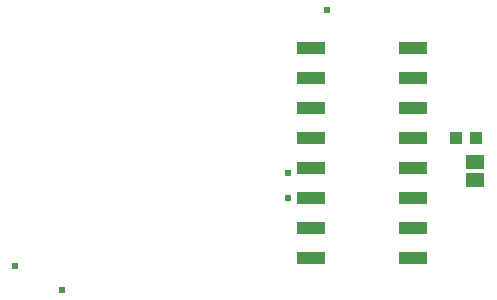
<source format=gbr>
G04 EAGLE Gerber RS-274X export*
G75*
%MOMM*%
%FSLAX34Y34*%
%LPD*%
%INSolderpaste Top*%
%IPPOS*%
%AMOC8*
5,1,8,0,0,1.08239X$1,22.5*%
G01*
%ADD10R,1.000000X1.100000*%
%ADD11R,2.440000X1.130000*%
%ADD12R,1.600200X1.168400*%
%ADD13R,0.508000X0.508000*%


D10*
X440200Y328800D03*
X423200Y328800D03*
D11*
X300900Y302800D03*
X386900Y302800D03*
X386900Y328200D03*
X300900Y328200D03*
X300900Y379000D03*
X300900Y353600D03*
X300900Y404400D03*
X386900Y404400D03*
X386900Y353600D03*
X386900Y379000D03*
X386900Y252000D03*
X300900Y252000D03*
X386900Y277400D03*
X300900Y277400D03*
X300900Y226600D03*
X386900Y226600D03*
D12*
X440000Y292880D03*
X440000Y308120D03*
D13*
X90000Y200000D03*
X281000Y278000D03*
X281000Y299100D03*
X314000Y437000D03*
X50000Y220000D03*
M02*

</source>
